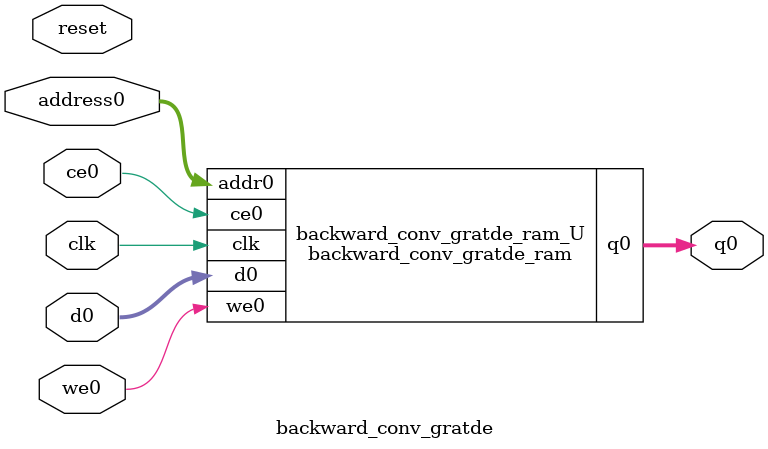
<source format=v>
`timescale 1 ns / 1 ps
module backward_conv_gratde_ram (addr0, ce0, d0, we0, q0,  clk);

parameter DWIDTH = 32;
parameter AWIDTH = 10;
parameter MEM_SIZE = 784;

input[AWIDTH-1:0] addr0;
input ce0;
input[DWIDTH-1:0] d0;
input we0;
output reg[DWIDTH-1:0] q0;
input clk;

(* ram_style = "block" *)reg [DWIDTH-1:0] ram[0:MEM_SIZE-1];




always @(posedge clk)  
begin 
    if (ce0) 
    begin
        if (we0) 
        begin 
            ram[addr0] <= d0; 
        end 
        q0 <= ram[addr0];
    end
end


endmodule

`timescale 1 ns / 1 ps
module backward_conv_gratde(
    reset,
    clk,
    address0,
    ce0,
    we0,
    d0,
    q0);

parameter DataWidth = 32'd32;
parameter AddressRange = 32'd784;
parameter AddressWidth = 32'd10;
input reset;
input clk;
input[AddressWidth - 1:0] address0;
input ce0;
input we0;
input[DataWidth - 1:0] d0;
output[DataWidth - 1:0] q0;



backward_conv_gratde_ram backward_conv_gratde_ram_U(
    .clk( clk ),
    .addr0( address0 ),
    .ce0( ce0 ),
    .we0( we0 ),
    .d0( d0 ),
    .q0( q0 ));

endmodule


</source>
